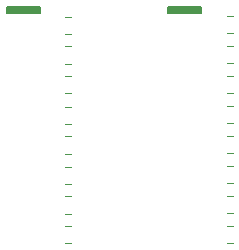
<source format=gbr>
%TF.GenerationSoftware,KiCad,Pcbnew,7.0.11*%
%TF.CreationDate,2024-05-13T15:30:06+03:00*%
%TF.ProjectId,rndip16,726e6469-7031-4362-9e6b-696361645f70,rev?*%
%TF.SameCoordinates,Original*%
%TF.FileFunction,Legend,Top*%
%TF.FilePolarity,Positive*%
%FSLAX46Y46*%
G04 Gerber Fmt 4.6, Leading zero omitted, Abs format (unit mm)*
G04 Created by KiCad (PCBNEW 7.0.11) date 2024-05-13 15:30:06*
%MOMM*%
%LPD*%
G01*
G04 APERTURE LIST*
%ADD10C,0.150000*%
%ADD11C,0.120000*%
G04 APERTURE END LIST*
D10*
X54100000Y-46000000D02*
X56900000Y-46000000D01*
X56900000Y-46500000D01*
X54100000Y-46500000D01*
X54100000Y-46000000D01*
G36*
X54100000Y-46000000D02*
G01*
X56900000Y-46000000D01*
X56900000Y-46500000D01*
X54100000Y-46500000D01*
X54100000Y-46000000D01*
G37*
X67800000Y-46000000D02*
X70600000Y-46000000D01*
X70600000Y-46500000D01*
X67800000Y-46500000D01*
X67800000Y-46000000D01*
G36*
X67800000Y-46000000D02*
G01*
X70600000Y-46000000D01*
X70600000Y-46500000D01*
X67800000Y-46500000D01*
X67800000Y-46000000D01*
G37*
D11*
%TO.C,R8*%
X59072936Y-64565000D02*
X59527064Y-64565000D01*
X59072936Y-66035000D02*
X59527064Y-66035000D01*
%TO.C,R18*%
X72777936Y-51850714D02*
X73232064Y-51850714D01*
X72777936Y-53320714D02*
X73232064Y-53320714D01*
%TO.C,R21*%
X72777936Y-59479285D02*
X73232064Y-59479285D01*
X72777936Y-60949285D02*
X73232064Y-60949285D01*
%TO.C,R3*%
X59072936Y-51865000D02*
X59527064Y-51865000D01*
X59072936Y-53335000D02*
X59527064Y-53335000D01*
%TO.C,R7*%
X59072936Y-62065000D02*
X59527064Y-62065000D01*
X59072936Y-63535000D02*
X59527064Y-63535000D01*
%TO.C,R23*%
X72777936Y-64565000D02*
X73232064Y-64565000D01*
X72777936Y-66035000D02*
X73232064Y-66035000D01*
%TO.C,R20*%
X72777936Y-56936428D02*
X73232064Y-56936428D01*
X72777936Y-58406428D02*
X73232064Y-58406428D01*
%TO.C,R16*%
X72777936Y-46765000D02*
X73232064Y-46765000D01*
X72777936Y-48235000D02*
X73232064Y-48235000D01*
%TO.C,R17*%
X72777936Y-49307857D02*
X73232064Y-49307857D01*
X72777936Y-50777857D02*
X73232064Y-50777857D01*
%TO.C,R4*%
X59072936Y-54465000D02*
X59527064Y-54465000D01*
X59072936Y-55935000D02*
X59527064Y-55935000D01*
%TO.C,R6*%
X59072936Y-59565000D02*
X59527064Y-59565000D01*
X59072936Y-61035000D02*
X59527064Y-61035000D01*
%TO.C,R1*%
X59072936Y-46865000D02*
X59527064Y-46865000D01*
X59072936Y-48335000D02*
X59527064Y-48335000D01*
%TO.C,R22*%
X72777936Y-62022142D02*
X73232064Y-62022142D01*
X72777936Y-63492142D02*
X73232064Y-63492142D01*
%TO.C,R2*%
X59072936Y-49365000D02*
X59527064Y-49365000D01*
X59072936Y-50835000D02*
X59527064Y-50835000D01*
%TO.C,R5*%
X59072936Y-56965000D02*
X59527064Y-56965000D01*
X59072936Y-58435000D02*
X59527064Y-58435000D01*
%TO.C,R19*%
X72777936Y-54393571D02*
X73232064Y-54393571D01*
X72777936Y-55863571D02*
X73232064Y-55863571D01*
%TD*%
M02*

</source>
